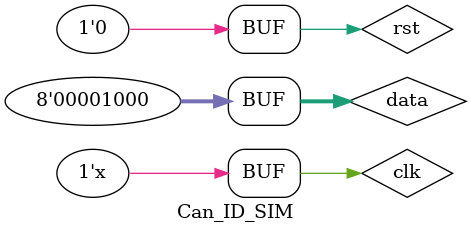
<source format=sv>
`timescale 1ns / 1ps


module Can_ID_SIM();
    logic clk;
    logic rst;
    logic [7:0] data;
    logic [10:0] can_id_out;

    always #5 clk = ~clk;
    Can_ID uut (.clk(clk),.rst(rst),.data(data),.can_id_out(can_id_out));


    initial begin
        clk = 0;
        rst = 0;
        data = 8;
 
        #10
        data = 13;
        #10
        data = 9;
        #10
        data = 10;
        #10
        data = 11;
        #10
        data = 14;
        #10
        data = 3;
        #10
        data =1;
        #10
        data = 8;
        
    end

endmodule

</source>
